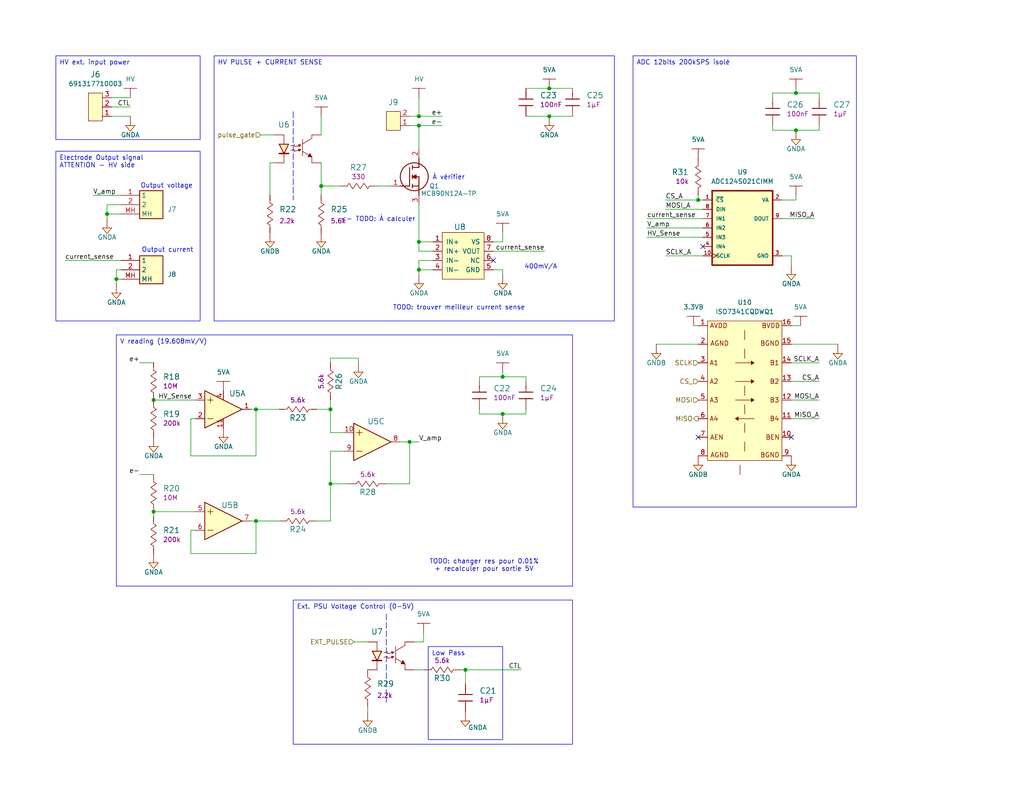
<source format=kicad_sch>
(kicad_sch (version 20231120) (generator "eeschema") (generator_version "8.0")
  (paper "USLetter")
  (title_block (title "HV Sense") (date "2024-05-17") (comment 1 "Gérémy Sauvageau"))
  (junction (at 90.17 111.76))
  (junction (at 87.63 50.8))
  (junction (at 190.5 54.61))
  (junction (at 149.86 24.13))
  (junction (at 41.91 109.22))
  (junction (at 127 182.88))
  (junction (at 114.3 73.66))
  (junction (at 69.85 111.76))
  (junction (at 217.17 35.56))
  (junction (at 41.91 139.7))
  (junction (at 114.3 31.75))
  (junction (at 114.3 34.29))
  (junction (at 29.21 58.42))
  (junction (at 111.76 120.65))
  (junction (at 31.75 76.2))
  (junction (at 217.17 25.4))
  (junction (at 137.16 113.03))
  (junction (at 114.3 66.04))
  (junction (at 149.86 31.75))
  (junction (at 69.85 142.24))
  (junction (at 137.16 102.87))
  (junction (at 90.17 132.08))
  (no_connect (at 190.5 119.38))
  (no_connect (at 134.62 71.12))
  (no_connect (at 215.9 119.38))
  (no_connect (at 191.77 67.31))
  (wire (pts (xy 90.17 97.79) (xy 90.17 99.06)))
  (wire (pts (xy 30.48 26.67) (xy 35.56 26.67)))
  (wire (pts (xy 176.53 62.23) (xy 191.77 62.23)))
  (wire (pts (xy 130.81 102.87) (xy 137.16 102.87)))
  (wire (pts (xy 190.5 54.61) (xy 191.77 54.61)))
  (wire (pts (xy 97.79 97.79) (xy 97.79 99.06)))
  (wire (pts (xy 143.51 31.75) (xy 149.86 31.75)))
  (wire (pts (xy 215.9 88.9) (xy 218.44 88.9)))
  (wire (pts (xy 210.82 25.4) (xy 210.82 26.67)))
  (wire (pts (xy 143.51 111.76) (xy 143.51 113.03)))
  (wire (pts (xy 125.73 182.88) (xy 127 182.88)))
  (wire (pts (xy 74.93 44.45) (xy 73.66 44.45)))
  (wire (pts (xy 90.17 97.79) (xy 97.79 97.79)))
  (wire (pts (xy 111.76 132.08) (xy 111.76 120.65)))
  (wire (pts (xy 137.16 66.04) (xy 137.16 63.5)))
  (wire (pts (xy 90.17 123.19) (xy 93.98 123.19)))
  (wire (pts (xy 90.17 132.08) (xy 90.17 123.19)))
  (wire (pts (xy 52.07 114.3) (xy 52.07 124.46)))
  (wire (pts (xy 115.57 172.72) (xy 115.57 175.26)))
  (wire (pts (xy 93.98 118.11) (xy 90.17 118.11)))
  (wire (pts (xy 69.85 111.76) (xy 69.85 124.46)))
  (wire (pts (xy 215.9 93.98) (xy 228.6 93.98)))
  (wire (pts (xy 111.76 120.65) (xy 109.22 120.65)))
  (wire (pts (xy 69.85 142.24) (xy 76.2 142.24)))
  (wire (pts (xy 90.17 132.08) (xy 90.17 142.24)))
  (wire (pts (xy 29.21 58.42) (xy 29.21 55.88)))
  (wire (pts (xy 90.17 132.08) (xy 95.25 132.08)))
  (wire (pts (xy 114.3 71.12) (xy 118.11 71.12)))
  (wire (pts (xy 217.17 53.34) (xy 217.17 54.61)))
  (wire (pts (xy 52.07 151.13) (xy 69.85 151.13)))
  (wire (pts (xy 149.86 24.13) (xy 156.21 24.13)))
  (wire (pts (xy 114.3 31.75) (xy 120.65 31.75)))
  (wire (pts (xy 33.02 76.2) (xy 31.75 76.2)))
  (wire (pts (xy 111.76 120.65) (xy 114.3 120.65)))
  (wire (pts (xy 114.3 66.04) (xy 114.3 68.58)))
  (wire (pts (xy 25.4 53.34) (xy 33.02 53.34)))
  (wire (pts (xy 52.07 124.46) (xy 69.85 124.46)))
  (wire (pts (xy 17.78 71.12) (xy 33.02 71.12)))
  (wire (pts (xy 176.53 59.69) (xy 191.77 59.69)))
  (wire (pts (xy 181.61 57.15) (xy 191.77 57.15)))
  (wire (pts (xy 90.17 109.22) (xy 90.17 111.76)))
  (wire (pts (xy 215.9 109.22) (xy 223.52 109.22)))
  (wire (pts (xy 69.85 142.24) (xy 68.58 142.24)))
  (wire (pts (xy 38.1 129.54) (xy 41.91 129.54)))
  (wire (pts (xy 130.81 111.76) (xy 130.81 113.03)))
  (wire (pts (xy 114.3 73.66) (xy 118.11 73.66)))
  (wire (pts (xy 215.9 104.14) (xy 223.52 104.14)))
  (wire (pts (xy 73.66 44.45) (xy 73.66 53.34)))
  (wire (pts (xy 71.12 36.83) (xy 74.93 36.83)))
  (wire (pts (xy 30.48 29.21) (xy 35.56 29.21)))
  (wire (pts (xy 114.3 68.58) (xy 118.11 68.58)))
  (wire (pts (xy 114.3 26.67) (xy 114.3 31.75)))
  (wire (pts (xy 134.62 73.66) (xy 137.16 73.66)))
  (wire (pts (xy 102.87 50.8) (xy 106.68 50.8)))
  (wire (pts (xy 210.82 25.4) (xy 217.17 25.4)))
  (wire (pts (xy 190.5 93.98) (xy 179.07 93.98)))
  (wire (pts (xy 127 182.88) (xy 127 186.69)))
  (wire (pts (xy 114.3 66.04) (xy 118.11 66.04)))
  (wire (pts (xy 115.57 175.26) (xy 113.03 175.26)))
  (wire (pts (xy 217.17 24.13) (xy 217.17 25.4)))
  (wire (pts (xy 41.91 109.22) (xy 53.34 109.22)))
  (polyline (pts (xy 80.01 30.48) (xy 80.01 54.61)) (stroke (width 0) (type dash)))
  (wire (pts (xy 29.21 58.42) (xy 33.02 58.42)))
  (wire (pts (xy 69.85 142.24) (xy 69.85 151.13)))
  (wire (pts (xy 217.17 35.56) (xy 223.52 35.56)))
  (polyline (pts (xy 105.41 167.64) (xy 105.41 191.77)) (stroke (width 0) (type dash)))
  (wire (pts (xy 105.41 132.08) (xy 111.76 132.08)))
  (wire (pts (xy 69.85 111.76) (xy 76.2 111.76)))
  (wire (pts (xy 210.82 34.29) (xy 210.82 35.56)))
  (wire (pts (xy 114.3 71.12) (xy 114.3 73.66)))
  (wire (pts (xy 137.16 113.03) (xy 143.51 113.03)))
  (wire (pts (xy 53.34 114.3) (xy 52.07 114.3)))
  (wire (pts (xy 137.16 73.66) (xy 137.16 74.93)))
  (wire (pts (xy 30.48 31.75) (xy 35.56 31.75)))
  (wire (pts (xy 31.75 73.66) (xy 33.02 73.66)))
  (wire (pts (xy 69.85 111.76) (xy 68.58 111.76)))
  (wire (pts (xy 87.63 31.75) (xy 87.63 36.83)))
  (wire (pts (xy 114.3 34.29) (xy 111.76 34.29)))
  (wire (pts (xy 90.17 111.76) (xy 86.36 111.76)))
  (wire (pts (xy 114.3 31.75) (xy 111.76 31.75)))
  (wire (pts (xy 137.16 101.6) (xy 137.16 102.87)))
  (wire (pts (xy 189.23 88.9) (xy 190.5 88.9)))
  (wire (pts (xy 29.21 55.88) (xy 33.02 55.88)))
  (wire (pts (xy 137.16 102.87) (xy 143.51 102.87)))
  (wire (pts (xy 53.34 144.78) (xy 52.07 144.78)))
  (wire (pts (xy 86.36 142.24) (xy 90.17 142.24)))
  (wire (pts (xy 38.1 99.06) (xy 41.91 99.06)))
  (wire (pts (xy 176.53 64.77) (xy 191.77 64.77)))
  (wire (pts (xy 213.36 69.85) (xy 215.9 69.85)))
  (wire (pts (xy 114.3 34.29) (xy 120.65 34.29)))
  (wire (pts (xy 223.52 25.4) (xy 223.52 26.67)))
  (wire (pts (xy 215.9 99.06) (xy 223.52 99.06)))
  (wire (pts (xy 31.75 76.2) (xy 31.75 73.66)))
  (wire (pts (xy 87.63 50.8) (xy 87.63 53.34)))
  (wire (pts (xy 143.51 102.87) (xy 143.51 104.14)))
  (wire (pts (xy 181.61 69.85) (xy 191.77 69.85)))
  (wire (pts (xy 90.17 118.11) (xy 90.17 111.76)))
  (wire (pts (xy 41.91 139.7) (xy 41.91 140.97)))
  (wire (pts (xy 181.61 54.61) (xy 190.5 54.61)))
  (wire (pts (xy 127 182.88) (xy 142.24 182.88)))
  (wire (pts (xy 114.3 34.29) (xy 114.3 40.64)))
  (wire (pts (xy 31.75 76.2) (xy 31.75 77.47)))
  (wire (pts (xy 143.51 24.13) (xy 149.86 24.13)))
  (wire (pts (xy 52.07 144.78) (xy 52.07 151.13)))
  (wire (pts (xy 114.3 73.66) (xy 114.3 74.93)))
  (wire (pts (xy 130.81 102.87) (xy 130.81 104.14)))
  (wire (pts (xy 41.91 139.7) (xy 53.34 139.7)))
  (wire (pts (xy 149.86 31.75) (xy 156.21 31.75)))
  (wire (pts (xy 210.82 35.56) (xy 217.17 35.56)))
  (wire (pts (xy 100.33 194.31) (xy 100.33 193.04)))
  (wire (pts (xy 92.71 50.8) (xy 87.63 50.8)))
  (wire (pts (xy 134.62 66.04) (xy 137.16 66.04)))
  (wire (pts (xy 134.62 68.58) (xy 148.59 68.58)))
  (wire (pts (xy 130.81 113.03) (xy 137.16 113.03)))
  (wire (pts (xy 213.36 59.69) (xy 222.25 59.69)))
  (wire (pts (xy 96.52 175.26) (xy 100.33 175.26)))
  (wire (pts (xy 113.03 182.88) (xy 115.57 182.88)))
  (wire (pts (xy 217.17 25.4) (xy 223.52 25.4)))
  (wire (pts (xy 217.17 54.61) (xy 213.36 54.61)))
  (wire (pts (xy 215.9 69.85) (xy 215.9 72.39)))
  (wire (pts (xy 223.52 34.29) (xy 223.52 35.56)))
  (wire (pts (xy 87.63 44.45) (xy 87.63 50.8)))
  (wire (pts (xy 215.9 114.3) (xy 223.52 114.3)))
  (wire (pts (xy 190.5 53.34) (xy 190.5 54.61)))
  (wire (pts (xy 29.21 59.69) (xy 29.21 58.42)))
  (wire (pts (xy 114.3 55.88) (xy 114.3 66.04)))
  (text_box "V reading (19.608mV/V)" (at 31.75 91.44 0) (size 124.46 68.58) (effects (font (size 1.27 1.27)) (justify left top)))
  (text_box "ADC 12bits 200kSPS isolé" (at 172.72 15.24 0) (size 60.96 123.19) (effects (font (size 1.27 1.27)) (justify left top)))
  (text_box "Ext. PSU Voltage Control (0-5V)" (at 80.01 163.83 0) (size 76.2 39.37) (effects (font (size 1.27 1.27)) (justify left top)))
  (text_box "Low Pass" (at 116.84 176.53 0) (size 20.32 25.4) (effects (font (size 1.27 1.27)) (justify left top)))
  (text_box "Electrode Output signal\nATTENTION - HV side" (at 15.24 41.275 0) (size 39.37 46.355) (effects (font (size 1.27 1.27)) (justify left top)))
  (text_box "HV ext. input power" (at 15.24 15.24 0) (size 39.37 22.86) (effects (font (size 1.27 1.27)) (justify left top)))
  (text_box "HV PULSE + CURRENT SENSE" (at 58.42 15.24 0) (size 109.22 72.39) (effects (font (size 1.27 1.27)) (justify left top)))
  (text "Output voltage" (at 45.466 50.8 0) (effects (font (size 1.27 1.27))))
  (text "TODO: changer res pour 0.01%\n+ recalculer pour sortie 5V" (at 132.08 154.432 0) (effects (font (size 1.27 1.27))))
  (text "TODO: trouver meilleur current sense" (at 125.222 84.074 0) (effects (font (size 1.27 1.27))))
  (text "Output current" (at 45.72 68.326 0) (effects (font (size 1.27 1.27))))
  (text "<- TODO: À calculer" (at 103.124 59.944 0) (effects (font (size 1.27 1.27))))
  (text "400mV/A" (at 147.574 72.898 0) (effects (font (size 1.27 1.27))))
  (text "À vérifier" (at 122.428 48.514 0) (effects (font (size 1.27 1.27))))
  (label "CTL" (at 142.24 182.88 180))
  (label "V_amp" (at 114.3 120.65 0))
  (label "V_amp" (at 25.4 53.34 0))
  (label "SCLK_A" (at 181.61 69.85 0))
  (label "current_sense" (at 148.59 68.58 180))
  (label "V_amp" (at 176.53 62.23 0))
  (label "e-" (at 120.65 34.29 180))
  (label "CS_A" (at 223.52 104.14 180))
  (label "current_sense" (at 17.78 71.12 0))
  (label "e+" (at 38.1 99.06 180))
  (label "HV_Sense" (at 43.18 109.22 0))
  (label "e+" (at 120.65 31.75 180))
  (label "CS_A" (at 181.61 54.61 0))
  (label "MOSI_A" (at 181.61 57.15 0))
  (label "e-" (at 38.1 129.54 180))
  (label "HV_Sense" (at 176.53 64.77 0))
  (label "MISO_A" (at 222.25 59.69 180))
  (label "MISO_A" (at 223.52 114.3 180))
  (label "CTL" (at 35.56 29.21 180))
  (label "SCLK_A" (at 223.52 99.06 180))
  (label "current_sense" (at 176.53 59.69 0))
  (label "MOSI_A" (at 223.52 109.22 180))
  (hierarchical_label "pulse_gate" (shape input) (at 71.12 36.83 180))
  (hierarchical_label "EXT_PULSE" (shape input) (at 96.52 175.26 180))
  (hierarchical_label "MOSI" (shape input) (at 190.5 109.22 180))
  (hierarchical_label "CS_" (shape input) (at 190.5 104.14 180))
  (hierarchical_label "SCLK" (shape input) (at 190.5 99.06 180))
  (hierarchical_label "MISO" (shape output) (at 190.5 114.3 180))
  (symbol (lib_id "Power_Port:5VA") (at 218.44 88.9 0) (unit 1)
    (property "Reference" "#PWR084" (effects (hide yes)))
    (property "Value" "5VA" (at 218.44 83.82 0))
  )
  (symbol (lib_id "Power_Port:5VA") (at 217.17 53.34 0) (unit 1)
    (property "Reference" "#PWR083" (effects (hide yes)))
    (property "Value" "5VA" (at 217.17 48.26 0))
  )
  (symbol (lib_id "Power_Port:GNDB") (at 73.66 66.04 0) (unit 1)
    (property "Reference" "#PWR060" (effects (hide yes)))
    (property "Value" "GNDB" (at 73.66 68.58 0))
  )
  (symbol (lib_id "Power_Port:GNDA") (at 215.9 74.93 0) (unit 1)
    (property "Reference" "#PWR079" (effects (hide yes)))
    (property "Value" "GNDA" (at 215.9 77.47 0))
  )
  (symbol (lib_id "Power_Port:HV") (at 35.56 26.67 0) (unit 1)
    (property "Reference" "#PWR054" (effects (hide yes)))
    (property "Value" "HV" (at 35.56 21.59 0))
  )
  (symbol (lib_id "Power_Port:5VA") (at 60.96 106.68 0) (unit 1)
    (property "Reference" "#PWR058" (effects (hide yes)))
    (property "Value" "5VA" (at 60.96 101.6 0))
  )
  (symbol (lib_id "Power_Port:GNDA") (at 217.17 38.1 0) (unit 1)
    (property "Reference" "#PWR082" (effects (hide yes)))
    (property "Value" "GNDA" (at 217.17 40.64 0))
  )
  (symbol (lib_id "Power_Port:GNDA") (at 228.6 96.52 0) (unit 1)
    (property "Reference" "#PWR085" (effects (hide yes)))
    (property "Value" "GNDA" (at 228.6 99.06 0))
  )
  (symbol (lib_id "ADC:ADC124S021CIMM") (at 203.2 62.23 0) (unit 1)
    (property "Reference" "U9" (at 202.565 46.99 0))
    (property "Value" "ADC124S021CIMM" (at 202.565 49.53 0))
    (property "Footprint" "IC:SOP50P490X110-10N" (effects (hide yes)))
    (property "Datasheet" "https://www.ti.com/lit/ds/symlink/adc124s021.pdf?HQS=dis-dk-null-digikeymode-dsf-pf-null-wwe&ts=1717077338066&ref_url=https%253A%252F%252Fwww.ti.com%252Fgeneral%252Fdocs%252Fsuppproductinfo.tsp%253FdistId%253D10%2526gotoUrl%253Dhttps%253A%252F%252Fwww.ti.com%252Flit%252Fgpn%252Fadc124s021" (effects (hide yes)))
    (property "Description" "ADC 12 bit 4ch SPI" (effects (hide yes)))
    (property "Supplier" "Digikey" (effects (hide yes)))
    (property "Supplier Part number" "296-ADC124S021CIMMX/NOPBCT-ND" (effects (hide yes)))
    (property "Manufacturer" "Texas Instruments" (effects (hide yes)))
    (property "Manufacturer Part Number" "ADC124S021CIMM" (effects (hide yes)))
  )
  (symbol (lib_id "Amplifiers:MCP6L04T-E/SL") (at 59.69 111.76 0) (unit 1)
    (property "Reference" "U5" (at 64.77 107.442 0) (effects (font (size 1.524 1.524))))
    (property "Value" "MCP6L04T-E/SL" (effects (hide yes)))
    (property "Footprint" "IC:SOIC127P600X175-14N" (effects (hide yes)))
    (property "Datasheet" "https://ww1.microchip.com/downloads/en/DeviceDoc/MCP6L01-1R-1U-2-4-1-MHz-85-uA-Op-Amps-DS20002140D.pdf" (effects (hide yes)))
    (property "Description" "IC OPAMP GP 2 CIRCUIT 8SOIC" (effects (hide yes)))
    (property "Manufacturer" "Microchip" (effects (hide yes)))
    (property "Manufacturer Part Number" "MCP6L04T-E/SL" (effects (hide yes)))
    (property "Supplier" "Digikey" (effects (hide yes)))
    (property "Supplier Part Number" "MCP6L04T-E/SLCT-ND" (effects (hide yes)))
  )
  (symbol (lib_id "Connectors:1935161") (at 109.22 34.29 0) (unit 1)
    (property "Reference" "J9" (at 107.315 27.94 0) (effects (font (size 1.524 1.524))))
    (property "Value" "1935161" (effects (hide yes)))
    (property "Footprint" "Connectors:1935161" (effects (hide yes)))
    (property "Datasheet" "https://media.digikey.com/pdf/Data%20Sheets/Phoenix%20Contact%20PDFs/1935161.pdf" (effects (hide yes)))
    (property "Description" "TERM BLOCK PCB 2POS 5.0MM GREEN" (effects (hide yes)))
    (property "Supplier" "Digikey" (effects (hide yes)))
    (property "Supplier Part Number" "277-1667-ND" (effects (hide yes)))
    (property "Manufacturer" "Phoenix Contact" (effects (hide yes)))
    (property "Manufacturer Part Number" "1935161" (effects (hide yes)))
  )
  (symbol (lib_id "Isolators:LTV-816S") (at 80.01 41.91 0) (unit 1)
    (property "Reference" "U6" (at 77.47 34.036 0) (effects (font (size 1.524 1.524))))
    (property "Value" "LTV-816S" (effects (hide yes)))
    (property "Footprint" "IC:4-SMD" (effects (hide yes)))
    (property "Datasheet" "https://media.digikey.com/pdf/Data%20Sheets/Lite-On%20PDFs/LTV-816_826_846.pdf" (effects (hide yes)))
    (property "Description" "OPTOISOLATR 5KV TRANSISTOR 4-SMD" (effects (hide yes)))
    (property "Supplier" "Digikey" (effects (hide yes)))
    (property "Supplier Part Number" "160-1361-5-ND" (effects (hide yes)))
    (property "Manufacturer" "Lite-On Inc." (effects (hide yes)))
    (property "Manufacturer Part Number" "LTV-816S" (effects (hide yes)))
  )
  (symbol (lib_id "Resistors:RC0805FR-075K6L") (at 120.65 182.88 0) (unit 1)
    (property "Reference" "R30" (at 120.65 185.166 0) (effects (font (size 1.524 1.524))))
    (property "Value" "RC0805FR-075K6L" (effects (hide yes)))
    (property "Footprint" "Resistors:R0805" (effects (hide yes)))
    (property "Datasheet" "https://www.yageo.com/upload/media/product/productsearch/datasheet/rchip/PYu-RC_Group_51_RoHS_L_12.pdf" (effects (hide yes)))
    (property "Description" "5.6 kOhms ±1% 0.125W, 1/8W Chip Resistor 0805" (effects (hide yes)))
    (property "Supplier" "Digikey" (effects (hide yes)))
    (property "Supplier Part Number" "311-5.60KCRDKR-ND - Digi-Reel®" (effects (hide yes)))
    (property "Manufacturer" "Yageo" (effects (hide yes)))
    (property "Manufacturer Part Number" "RC0805FR-075K6L" (effects (hide yes)))
    (property "Resistance (Ohms)" "5.6k" (at 120.65 180.34 0))
    (property "Tolerance (%)" "±1%" (effects (hide yes)))
    (property "Puissance (Watts)" "1/8W" (effects (hide yes)))
  )
  (symbol (lib_id "Power_Port:GNDA") (at 29.21 62.23 0) (unit 1)
    (property "Reference" "#PWR052" (effects (hide yes)))
    (property "Value" "GNDA" (at 29.21 64.77 0))
  )
  (symbol (lib_id "Capacitors:885012207103") (at 143.51 106.68 90) (unit 1)
    (property "Reference" "C24" (at 147.32 106.0449 90) (effects (font (size 1.524 1.524)) (justify right)))
    (property "Value" "885012207103" (effects (hide yes)))
    (property "Footprint" "Capacitors:C0805" (effects (hide yes)))
    (property "Datasheet" "https://www.we-online.com/katalog/datasheet/885012107003.pdf" (effects (hide yes)))
    (property "Description" "CAP CER 1UF 50V X7R 0805" (effects (hide yes)))
    (property "Supplier" "Digikey" (effects (hide yes)))
    (property "Supplier Part Number" "732-7678-1-ND" (effects (hide yes)))
    (property "Manufacturer" "Wurth Electronics Inc." (effects (hide yes)))
    (property "Manufacturer Part Number" "885012207103" (effects (hide yes)))
    (property "Capacitance (Farad)" "1µF" (at 147.32 108.5849 90) (effects (justify right)))
    (property "Tolerance (%)" "±10%" (effects (hide yes)))
    (property "Voltage Rated (Volt)" "50V" (effects (hide yes)))
  )
  (symbol (lib_id "Resistors:RC0805JR-07330RL") (at 97.79 50.8 0) (unit 1)
    (property "Reference" "R27" (at 97.79 45.72 0) (effects (font (size 1.524 1.524))))
    (property "Value" "RC0805JR-07330RL" (effects (hide yes)))
    (property "Footprint" "Resistors:R0805" (effects (hide yes)))
    (property "Datasheet" "http://www.yageo.com/documents/recent/PYu-RC_Group_51_RoHS_L_7.pdf" (effects (hide yes)))
    (property "Description" "RES SMD 330 OHM 5% 1/8W 0805" (effects (hide yes)))
    (property "Supplier" "Digikey" (effects (hide yes)))
    (property "Supplier Part Number" "311-330ARCT-ND" (effects (hide yes)))
    (property "Manufacturer" "Yageo" (effects (hide yes)))
    (property "Manufacturer Part Number" "RC0805JR-07330RL" (effects (hide yes)))
    (property "Resistance (Ohms)" "330" (at 97.79 48.26 0))
    (property "Tolerance (%)" "±5%" (effects (hide yes)))
    (property "Puissance (Watts)" "1/8W" (effects (hide yes)))
  )
  (symbol (lib_id "Resistors:RC0805FR-075K6L") (at 81.28 111.76 0) (unit 1)
    (property "Reference" "R23" (at 81.28 114.046 0) (effects (font (size 1.524 1.524))))
    (property "Value" "RC0805FR-075K6L" (effects (hide yes)))
    (property "Footprint" "Resistors:R0805" (effects (hide yes)))
    (property "Datasheet" "https://www.yageo.com/upload/media/product/productsearch/datasheet/rchip/PYu-RC_Group_51_RoHS_L_12.pdf" (effects (hide yes)))
    (property "Description" "5.6 kOhms ±1% 0.125W, 1/8W Chip Resistor 0805" (effects (hide yes)))
    (property "Supplier" "Digikey" (effects (hide yes)))
    (property "Supplier Part Number" "311-5.60KCRDKR-ND - Digi-Reel®" (effects (hide yes)))
    (property "Manufacturer" "Yageo" (effects (hide yes)))
    (property "Manufacturer Part Number" "RC0805FR-075K6L" (effects (hide yes)))
    (property "Resistance (Ohms)" "5.6k" (at 81.28 109.22 0))
    (property "Tolerance (%)" "±1%" (effects (hide yes)))
    (property "Puissance (Watts)" "1/8W" (effects (hide yes)))
  )
  (symbol (lib_name "MCP6L04T-E/SL_3") (lib_id "Amplifiers:MCP6L04T-E/SL") (at 59.69 142.24 0) (unit 2)
    (property "Reference" "U5" (at 62.738 137.922 0) (effects (font (size 1.524 1.524))))
    (property "Value" "MCP6L04T-E/SL" (effects (hide yes)))
    (property "Footprint" "IC:SOIC127P600X175-14N" (effects (hide yes)))
    (property "Datasheet" "https://ww1.microchip.com/downloads/en/DeviceDoc/MCP6L01-1R-1U-2-4-1-MHz-85-uA-Op-Amps-DS20002140D.pdf" (effects (hide yes)))
    (property "Description" "IC OPAMP GP 2 CIRCUIT 8SOIC" (effects (hide yes)))
    (property "Manufacturer" "Microchip" (effects (hide yes)))
    (property "Manufacturer Part Number" "MCP6L04T-E/SL" (effects (hide yes)))
    (property "Supplier" "Digikey" (effects (hide yes)))
    (property "Supplier Part Number" "MCP6L04T-E/SLCT-ND" (effects (hide yes)))
  )
  (symbol (lib_id "Power_Port:GNDA") (at 137.16 115.57 0) (unit 1)
    (property "Reference" "#PWR072" (effects (hide yes)))
    (property "Value" "GNDA" (at 137.16 118.11 0))
  )
  (symbol (lib_id "Amplifiers:MCP6L04T-E/SL") (at 100.33 120.65 0) (unit 3)
    (property "Reference" "U5" (at 102.616 115.062 0) (effects (font (size 1.524 1.524))))
    (property "Value" "MCP6L04T-E/SL" (effects (hide yes)))
    (property "Footprint" "IC:SOIC127P600X175-14N" (effects (hide yes)))
    (property "Datasheet" "https://ww1.microchip.com/downloads/en/DeviceDoc/MCP6L01-1R-1U-2-4-1-MHz-85-uA-Op-Amps-DS20002140D.pdf" (effects (hide yes)))
    (property "Description" "IC OPAMP GP 2 CIRCUIT 8SOIC" (effects (hide yes)))
    (property "Manufacturer" "Microchip" (effects (hide yes)))
    (property "Manufacturer Part Number" "MCP6L04T-E/SL" (effects (hide yes)))
    (property "Supplier" "Digikey" (effects (hide yes)))
    (property "Supplier Part Number" "MCP6L04T-E/SLCT-ND" (effects (hide yes)))
  )
  (symbol (lib_id "Resistors:RC0805FR-07200KL") (at 41.91 146.05 90) (unit 1)
    (property "Reference" "R21" (at 44.45 144.7799 90) (effects (font (size 1.524 1.524)) (justify right)))
    (property "Value" "RC0805FR-07200KL" (effects (hide yes)))
    (property "Footprint" "Resistors:R0805" (effects (hide yes)))
    (property "Datasheet" "http://www.yageo.com.tw/exep/pages/download/literatures/PYu-R_INT-thick_7.pdf" (effects (hide yes)))
    (property "Description" "RES SMD 200K OHM 1% 1/8W 0805" (effects (hide yes)))
    (property "Supplier" "Digikey" (effects (hide yes)))
    (property "Supplier Part Number" "311-200KCRCT-ND" (effects (hide yes)))
    (property "Manufacturer" "Yageo" (effects (hide yes)))
    (property "Manufacturer Part Number" "RC0805FR-071M21L" (effects (hide yes)))
    (property "Resistance (Ohms)" "200k" (at 44.45 147.3199 90) (effects (justify right)))
    (property "Tolerance (%)" "±1%" (effects (hide yes)))
    (property "Puissance (Watts)" "1/8W" (effects (hide yes)))
  )
  (symbol (lib_id "Connectors:691317710003") (at 26.67 30.48 0) (unit 1)
    (property "Reference" "J6" (at 26.035 20.32 0) (effects (font (size 1.524 1.524))))
    (property "Value" "691317710003" (at 26.035 22.86 0))
    (property "Footprint" "Connectors:691317710003" (effects (hide yes)))
    (property "Datasheet" "https://www.we-online.com/katalog/datasheet/6913177100xx.pdf" (effects (hide yes)))
    (property "Description" "5.00 MM TERMINAL BLOCK HEADER,H" (effects (hide yes)))
    (property "Supplier" "Wurth Elektronik" (effects (hide yes)))
    (property "Supplier Part Number" "691317710003" (effects (hide yes)))
    (property "Manufacturer" "Wurth Elektronik" (effects (hide yes)))
    (property "Manufacturer Part Number" "691317710003" (effects (hide yes)))
  )
  (symbol (lib_id "Power_Port:GNDA") (at 215.9 127 0) (unit 1)
    (property "Reference" "#PWR080" (effects (hide yes)))
    (property "Value" "GNDA" (at 215.9 129.54 0))
  )
  (symbol (lib_id "Power_Port:GNDA") (at 127 196.85 0) (unit 1)
    (property "Reference" "#PWR068" (effects (hide yes)))
    (property "Value" "GNDA" (at 130.302 198.628 0))
  )
  (symbol (lib_id "Power_Port:GNDA") (at 149.86 34.29 0) (unit 1)
    (property "Reference" "#PWR074" (effects (hide yes)))
    (property "Value" "GNDA" (at 149.86 36.83 0))
  )
  (symbol (lib_id "Power_Port:GNDA") (at 137.16 77.47 0) (unit 1)
    (property "Reference" "#PWR070" (effects (hide yes)))
    (property "Value" "GNDA" (at 137.16 80.01 0))
  )
  (symbol (lib_id "Resistors:RC0805FR-07200KL") (at 41.91 114.3 90) (unit 1)
    (property "Reference" "R19" (at 44.45 113.0299 90) (effects (font (size 1.524 1.524)) (justify right)))
    (property "Value" "RC0805FR-07200KL" (effects (hide yes)))
    (property "Footprint" "Resistors:R0805" (effects (hide yes)))
    (property "Datasheet" "http://www.yageo.com.tw/exep/pages/download/literatures/PYu-R_INT-thick_7.pdf" (effects (hide yes)))
    (property "Description" "RES SMD 200K OHM 1% 1/8W 0805" (effects (hide yes)))
    (property "Supplier" "Digikey" (effects (hide yes)))
    (property "Supplier Part Number" "311-200KCRCT-ND" (effects (hide yes)))
    (property "Manufacturer" "Yageo" (effects (hide yes)))
    (property "Manufacturer Part Number" "RC0805FR-071M21L" (effects (hide yes)))
    (property "Resistance (Ohms)" "200k" (at 44.45 115.5699 90) (effects (justify right)))
    (property "Tolerance (%)" "±1%" (effects (hide yes)))
    (property "Puissance (Watts)" "1/8W" (effects (hide yes)))
  )
  (symbol (lib_id "Power_Port:5VA") (at 137.16 63.5 0) (unit 1)
    (property "Reference" "#PWR069" (effects (hide yes)))
    (property "Value" "5VA" (at 137.16 58.42 0))
  )
  (symbol (lib_id "Connectors:RF1-01K-D-00-50-BK-HDW ") (at 53.34 72.39 0) (mirror y) (unit 1)
    (property "Reference" "J8" (at 45.72 74.9301 0) (effects (justify right)))
    (property "Value" "RF1-01K-D-00-50-BK-HDW " (effects (hide yes)))
    (property "Footprint" "Connectors:RF101KD0050" (effects (hide yes)))
    (property "Datasheet" "https://app.adam-tech.com/products/download/data_sheet/219102/rf1-01k-d-00-50-bk-hdw-data-sheet.pdf" (effects (hide yes)))
    (property "Description" "BNC R/A LOW PROFILE INSUL PCB SK" (effects (hide yes)))
    (property "Height" "16.181" (effects (hide yes)))
    (property "Supplier Part Number" "2057-RF1-01K-D-00-50-BK-HDW-ND" (effects (hide yes)))
    (property "Supplier" "Digikey" (effects (hide yes)))
    (property "Manufacturer" "Adam Tech" (effects (hide yes)))
    (property "Manufacturer Part Number" "RF1-01K-D-00-50-BK-HDW " (effects (hide yes)))
  )
  (symbol (lib_id "Power_Port:3.3VB") (at 189.23 88.9 0) (unit 1)
    (property "Reference" "#PWR076" (effects (hide yes)))
    (property "Value" "3.3VB" (at 189.23 83.82 0))
  )
  (symbol (lib_id "Resistors:RMCF0805FT10M0") (at 41.91 134.62 90) (unit 1)
    (property "Reference" "R20" (at 44.45 133.3499 90) (effects (font (size 1.524 1.524)) (justify right)))
    (property "Value" "RMCF0805FT10M0" (effects (hide yes)))
    (property "Footprint" "Resistors:R0805" (effects (hide yes)))
    (property "Datasheet" "https://www.seielect.com/catalog/sei-rmcf_rmcp.pdf" (effects (hide yes)))
    (property "Description" "RES SMD 10M OHM 1% 1/8W 0805" (effects (hide yes)))
    (property "Supplier" "Digikey" (effects (hide yes)))
    (property "Supplier Part Number" "RMCF0805FT10M0CT-ND" (effects (hide yes)))
    (property "Manufacturer" "Stackpole" (effects (hide yes)))
    (property "Manufacturer Part Number" "RMCF0805FT10M0" (effects (hide yes)))
    (property "Resistance (Ohms)" "10M" (at 44.45 135.8899 90) (effects (justify right)))
    (property "Tolerance (%)" "±1%" (effects (hide yes)))
    (property "Puissance (Watts)" "1/8W" (effects (hide yes)))
  )
  (symbol (lib_id "Resistors:RC0805JR-072K2L") (at 73.66 58.42 90) (unit 1)
    (property "Reference" "R22" (at 76.2 57.15 90) (effects (font (size 1.524 1.524)) (justify right)))
    (property "Value" "RC0805JR-072K2L" (effects (hide yes)))
    (property "Footprint" "Resistors:R0805" (effects (hide yes)))
    (property "Datasheet" "http://www.yageo.com/documents/recent/PYu-RC_Group_51_RoHS_L_7.pdf" (effects (hide yes)))
    (property "Description" "RES SMD 2.2K OHM 5% 1/8W 0805" (effects (hide yes)))
    (property "Supplier" "Digikey" (effects (hide yes)))
    (property "Supplier Part Number" "311-2.2KARCT-ND" (effects (hide yes)))
    (property "Manufacturer" "Yageo" (effects (hide yes)))
    (property "Manufacturer Part Number" "RC0805JR-072K2L" (effects (hide yes)))
    (property "Resistance (Ohms)" "2.2k" (at 76.2 60.3249 90) (effects (justify right)))
    (property "Tolerance (%)" "±5%" (effects (hide yes)))
    (property "Puissance (Watts)" "1/8W" (effects (hide yes)))
  )
  (symbol (lib_id "Capacitors:885012207098") (at 143.51 26.67 90) (unit 1)
    (property "Reference" "C23" (at 147.32 26.0349 90) (effects (font (size 1.524 1.524)) (justify right)))
    (property "Value" "885012207098" (effects (hide yes)))
    (property "Footprint" "Capacitors:C0805" (effects (hide yes)))
    (property "Datasheet" "D" (effects (hide yes)))
    (property "Description" "CAP CER 0.1UF 100nF 50V X7R 0805" (effects (hide yes)))
    (property "Supplier" "Digikey" (effects (hide yes)))
    (property "Supplier Part Number" "732-8080-1-ND" (effects (hide yes)))
    (property "Manufacturer" "Wurth Electronics Inc." (effects (hide yes)))
    (property "Manufacturer Part Number" "885012207098" (effects (hide yes)))
    (property "Capacitance (Farad)" "100nF" (at 147.32 28.5749 90) (effects (justify right)))
    (property "Tolerance (%)" "±10%" (effects (hide yes)))
    (property "Voltage Rated (Volt)" "50V" (effects (hide yes)))
  )
  (symbol (lib_id "Capacitors:885012207103") (at 156.21 26.67 90) (unit 1)
    (property "Reference" "C25" (at 160.02 26.0349 90) (effects (font (size 1.524 1.524)) (justify right)))
    (property "Value" "885012207103" (effects (hide yes)))
    (property "Footprint" "Capacitors:C0805" (effects (hide yes)))
    (property "Datasheet" "https://www.we-online.com/katalog/datasheet/885012107003.pdf" (effects (hide yes)))
    (property "Description" "CAP CER 1UF 50V X7R 0805" (effects (hide yes)))
    (property "Supplier" "Digikey" (effects (hide yes)))
    (property "Supplier Part Number" "732-7678-1-ND" (effects (hide yes)))
    (property "Manufacturer" "Wurth Electronics Inc." (effects (hide yes)))
    (property "Manufacturer Part Number" "885012207103" (effects (hide yes)))
    (property "Capacitance (Farad)" "1µF" (at 160.02 28.5749 90) (effects (justify right)))
    (property "Tolerance (%)" "±10%" (effects (hide yes)))
    (property "Voltage Rated (Volt)" "50V" (effects (hide yes)))
  )
  (symbol (lib_id "Power_Port:GNDA") (at 60.96 119.38 0) (unit 1)
    (property "Reference" "#PWR059" (effects (hide yes)))
    (property "Value" "GNDA" (at 60.96 121.92 0))
  )
  (symbol (lib_id "Capacitors:885012207103") (at 127 189.23 90) (unit 1)
    (property "Reference" "C21" (at 130.81 188.5949 90) (effects (font (size 1.524 1.524)) (justify right)))
    (property "Value" "885012207103" (effects (hide yes)))
    (property "Footprint" "Capacitors:C0805" (effects (hide yes)))
    (property "Datasheet" "https://www.we-online.com/katalog/datasheet/885012107003.pdf" (effects (hide yes)))
    (property "Description" "CAP CER 1UF 50V X7R 0805" (effects (hide yes)))
    (property "Supplier" "Digikey" (effects (hide yes)))
    (property "Supplier Part Number" "732-7678-1-ND" (effects (hide yes)))
    (property "Manufacturer" "Wurth Electronics Inc." (effects (hide yes)))
    (property "Manufacturer Part Number" "885012207103" (effects (hide yes)))
    (property "Capacitance (Farad)" "1µF" (at 130.81 191.1349 90) (effects (justify right)))
    (property "Tolerance (%)" "±10%" (effects (hide yes)))
    (property "Voltage Rated (Volt)" "50V" (effects (hide yes)))
  )
  (symbol (lib_id "Capacitors:885012207098") (at 130.81 106.68 90) (unit 1)
    (property "Reference" "C22" (at 134.62 106.0449 90) (effects (font (size 1.524 1.524)) (justify right)))
    (property "Value" "885012207098" (effects (hide yes)))
    (property "Footprint" "Capacitors:C0805" (effects (hide yes)))
    (property "Datasheet" "D" (effects (hide yes)))
    (property "Description" "CAP CER 0.1UF 100nF 50V X7R 0805" (effects (hide yes)))
    (property "Supplier" "Digikey" (effects (hide yes)))
    (property "Supplier Part Number" "732-8080-1-ND" (effects (hide yes)))
    (property "Manufacturer" "Wurth Electronics Inc." (effects (hide yes)))
    (property "Manufacturer Part Number" "885012207098" (effects (hide yes)))
    (property "Capacitance (Farad)" "100nF" (at 134.62 108.5849 90) (effects (justify right)))
    (property "Tolerance (%)" "±10%" (effects (hide yes)))
    (property "Voltage Rated (Volt)" "50V" (effects (hide yes)))
  )
  (symbol (lib_id "Isolators:LTV-816S") (at 105.41 180.34 0) (unit 1)
    (property "Reference" "U7" (at 102.87 172.466 0) (effects (font (size 1.524 1.524))))
    (property "Value" "LTV-816S" (effects (hide yes)))
    (property "Footprint" "IC:4-SMD" (effects (hide yes)))
    (property "Datasheet" "https://media.digikey.com/pdf/Data%20Sheets/Lite-On%20PDFs/LTV-816_826_846.pdf" (effects (hide yes)))
    (property "Description" "OPTOISOLATR 5KV TRANSISTOR 4-SMD" (effects (hide yes)))
    (property "Supplier" "Digikey" (effects (hide yes)))
    (property "Supplier Part Number" "160-1361-5-ND" (effects (hide yes)))
    (property "Manufacturer" "Lite-On Inc." (effects (hide yes)))
    (property "Manufacturer Part Number" "LTV-816S" (effects (hide yes)))
  )
  (symbol (lib_id "Resistors:RC0805FR-075K6L") (at 81.28 142.24 0) (unit 1)
    (property "Reference" "R24" (at 81.28 144.526 0) (effects (font (size 1.524 1.524))))
    (property "Value" "RC0805FR-075K6L" (effects (hide yes)))
    (property "Footprint" "Resistors:R0805" (effects (hide yes)))
    (property "Datasheet" "https://www.yageo.com/upload/media/product/productsearch/datasheet/rchip/PYu-RC_Group_51_RoHS_L_12.pdf" (effects (hide yes)))
    (property "Description" "5.6 kOhms ±1% 0.125W, 1/8W Chip Resistor 0805" (effects (hide yes)))
    (property "Supplier" "Digikey" (effects (hide yes)))
    (property "Supplier Part Number" "311-5.60KCRDKR-ND - Digi-Reel®" (effects (hide yes)))
    (property "Manufacturer" "Yageo" (effects (hide yes)))
    (property "Manufacturer Part Number" "RC0805FR-075K6L" (effects (hide yes)))
    (property "Resistance (Ohms)" "5.6k" (at 81.28 139.7 0))
    (property "Tolerance (%)" "±1%" (effects (hide yes)))
    (property "Puissance (Watts)" "1/8W" (effects (hide yes)))
  )
  (symbol (lib_id "Sensors:TMCS1101A3UQDT") (at 127 76.2 0) (unit 1)
    (property "Reference" "U8" (at 125.476 61.976 0) (effects (font (size 1.524 1.524))))
    (property "Value" "TMCS1101A3UQDT" (effects (hide yes)))
    (property "Footprint" "IC:SOIC-8" (effects (hide yes)))
    (property "Datasheet" "https://www.ti.com/general/docs/suppproductinfo.tsp?distId=26&gotoUrl=https://www.ti.com/lit/gpn/tmcs1101" (effects (hide yes)))
    (property "Description" "AD7314" (effects (hide yes)))
    (property "Manufacturer" " Texas Instruments" (effects (hide yes)))
    (property "Manufacturer Part Number" "TMCS1101A3UQDT " (effects (hide yes)))
    (property "Supplier Part Number" "296-TMCS1101A3UQDTCT-ND" (effects (hide yes)))
    (property "Supplier" "Digikey" (effects (hide yes)))
  )
  (symbol (lib_id "Resistors:RC0805FR-075K6L") (at 100.33 132.08 0) (unit 1)
    (property "Reference" "R28" (at 100.33 134.366 0) (effects (font (size 1.524 1.524))))
    (property "Value" "RC0805FR-075K6L" (effects (hide yes)))
    (property "Footprint" "Resistors:R0805" (effects (hide yes)))
    (property "Datasheet" "https://www.yageo.com/upload/media/product/productsearch/datasheet/rchip/PYu-RC_Group_51_RoHS_L_12.pdf" (effects (hide yes)))
    (property "Description" "5.6 kOhms ±1% 0.125W, 1/8W Chip Resistor 0805" (effects (hide yes)))
    (property "Supplier" "Digikey" (effects (hide yes)))
    (property "Supplier Part Number" "311-5.60KCRDKR-ND - Digi-Reel®" (effects (hide yes)))
    (property "Manufacturer" "Yageo" (effects (hide yes)))
    (property "Manufacturer Part Number" "RC0805FR-075K6L" (effects (hide yes)))
    (property "Resistance (Ohms)" "5.6k" (at 100.33 129.54 0))
    (property "Tolerance (%)" "±1%" (effects (hide yes)))
    (property "Puissance (Watts)" "1/8W" (effects (hide yes)))
  )
  (symbol (lib_id "Power_Port:GNDA") (at 114.3 77.47 0) (unit 1)
    (property "Reference" "#PWR066" (effects (hide yes)))
    (property "Value" "GNDA" (at 114.3 80.01 0))
  )
  (symbol (lib_id "Power_Port:GNDA") (at 41.91 121.92 0) (unit 1)
    (property "Reference" "#PWR056" (effects (hide yes)))
    (property "Value" "GNDA" (at 41.91 124.46 0))
  )
  (symbol (lib_id "Power_Port:5VA") (at 149.86 24.13 0) (unit 1)
    (property "Reference" "#PWR073" (effects (hide yes)))
    (property "Value" "5VA" (at 149.86 19.05 0))
  )
  (symbol (lib_id "Power_Port:HV") (at 114.3 26.67 0) (unit 1)
    (property "Reference" "#PWR065" (effects (hide yes)))
    (property "Value" "HV" (at 114.3 21.59 0))
  )
  (symbol (lib_id "Power_Port:GNDB") (at 179.07 96.52 0) (unit 1)
    (property "Reference" "#PWR075" (effects (hide yes)))
    (property "Value" "GNDB" (at 179.07 99.06 0))
  )
  (symbol (lib_id "Power_Port:5VA") (at 115.57 172.72 0) (unit 1)
    (property "Reference" "#PWR067" (effects (hide yes)))
    (property "Value" "5VA" (at 115.57 167.64 0))
  )
  (symbol (lib_id "Power_Port:GNDB") (at 100.33 196.85 0) (unit 1)
    (property "Reference" "#PWR064" (effects (hide yes)))
    (property "Value" "GNDB" (at 100.33 199.39 0))
  )
  (symbol (lib_id "Transistors:MCB90N12A-TP") (at 106.68 50.8 0) (unit 1)
    (property "Reference" "Q1" (at 117.094 50.8 0) (effects (justify left)))
    (property "Value" "MCB90N12A-TP" (at 114.808 52.832 0) (effects (justify left)))
    (property "Footprint" "IC:MCB90N12ATP" (effects (hide yes)))
    (property "Datasheet" "https://www.mccsemi.com/pdf/Products/MCB90N12A(D2-PAK).pdf" (effects (hide yes)))
    (property "Description" "N-Channel 120 V 90A (Tc) 138W Surface Mount D2PAK" (effects (hide yes)))
    (property "Height" "5.05" (effects (hide yes)))
    (property "Supplier" "Digikey" (effects (hide yes)))
    (property "Supplier Part Number" "353-MCB90N12A-TPCT-ND" (effects (hide yes)))
    (property "Manufacturer" "MCC" (effects (hide yes)))
    (property "Manufacturer Part Number" "MCB90N12A-TP" (effects (hide yes)))
  )
  (symbol (lib_id "Resistors:RC0805JR-0710KL") (at 190.5 48.26 90) (mirror x) (unit 1)
    (property "Reference" "R31" (at 187.96 46.9899 90) (effects (font (size 1.524 1.524)) (justify left)))
    (property "Value" "RC0805JR-0710KL" (effects (hide yes)))
    (property "Footprint" "Resistors:R0805" (effects (hide yes)))
    (property "Datasheet" "http://www.yageo.com/documents/recent/PYu-RC_Group_51_RoHS_L_7.pdf" (effects (hide yes)))
    (property "Description" "RES SMD 10K OHM 5% 1/8W 0805" (effects (hide yes)))
    (property "Supplier" "Digikey" (effects (hide yes)))
    (property "Supplier Part Number" "311-10KARCT-ND" (effects (hide yes)))
    (property "Manufacturer" "Yageo" (effects (hide yes)))
    (property "Manufacturer Part Number" "RC0805JR-0710KL" (effects (hide yes)))
    (property "Resistance (Ohms)" "10k" (at 187.96 49.5299 90) (effects (justify left)))
    (property "Tolerance (%)" "±5%" (effects (hide yes)))
    (property "Puissance (Watts)" "1/8W" (effects (hide yes)))
  )
  (symbol (lib_id "Power_Port:GNDA") (at 35.56 34.29 0) (unit 1)
    (property "Reference" "#PWR055" (effects (hide yes)))
    (property "Value" "GNDA" (at 35.56 36.83 0))
  )
  (symbol (lib_id "Power_Port:GNDA") (at 87.63 66.04 0) (unit 1)
    (property "Reference" "#PWR062" (effects (hide yes)))
    (property "Value" "GNDA" (at 87.63 68.58 0))
  )
  (symbol (lib_id "Power_Port:5VA") (at 137.16 101.6 0) (unit 1)
    (property "Reference" "#PWR071" (effects (hide yes)))
    (property "Value" "5VA" (at 137.16 96.52 0))
  )
  (symbol (lib_id "Power_Port:5VA") (at 87.63 31.75 0) (unit 1)
    (property "Reference" "#PWR061" (effects (hide yes)))
    (property "Value" "5VA" (at 87.63 26.67 0))
  )
  (symbol (lib_id "Capacitors:885012207103") (at 223.52 29.21 90) (unit 1)
    (property "Reference" "C27" (at 227.33 28.5749 90) (effects (font (size 1.524 1.524)) (justify right)))
    (property "Value" "885012207103" (effects (hide yes)))
    (property "Footprint" "Capacitors:C0805" (effects (hide yes)))
    (property "Datasheet" "https://www.we-online.com/katalog/datasheet/885012107003.pdf" (effects (hide yes)))
    (property "Description" "CAP CER 1UF 50V X7R 0805" (effects (hide yes)))
    (property "Supplier" "Digikey" (effects (hide yes)))
    (property "Supplier Part Number" "732-7678-1-ND" (effects (hide yes)))
    (property "Manufacturer" "Wurth Electronics Inc." (effects (hide yes)))
    (property "Manufacturer Part Number" "885012207103" (effects (hide yes)))
    (property "Capacitance (Farad)" "1µF" (at 227.33 31.1149 90) (effects (justify right)))
    (property "Tolerance (%)" "±10%" (effects (hide yes)))
    (property "Voltage Rated (Volt)" "50V" (effects (hide yes)))
  )
  (symbol (lib_id "Power_Port:GNDB") (at 190.5 127 0) (unit 1)
    (property "Reference" "#PWR078" (effects (hide yes)))
    (property "Value" "GNDB" (at 190.5 129.54 0))
  )
  (symbol (lib_id "Connectors:RF1-01K-D-00-50-BK-HDW ") (at 53.34 54.61 0) (mirror y) (unit 1)
    (property "Reference" "J7" (at 45.72 57.1501 0) (effects (justify right)))
    (property "Value" "RF1-01K-D-00-50-BK-HDW " (effects (hide yes)))
    (property "Footprint" "Connectors:RF101KD0050" (effects (hide yes)))
    (property "Datasheet" "https://app.adam-tech.com/products/download/data_sheet/219102/rf1-01k-d-00-50-bk-hdw-data-sheet.pdf" (effects (hide yes)))
    (property "Description" "BNC R/A LOW PROFILE INSUL PCB SK" (effects (hide yes)))
    (property "Height" "16.181" (effects (hide yes)))
    (property "Supplier Part Number" "2057-RF1-01K-D-00-50-BK-HDW-ND" (effects (hide yes)))
    (property "Supplier" "Digikey" (effects (hide yes)))
    (property "Manufacturer" "Adam Tech" (effects (hide yes)))
    (property "Manufacturer Part Number" "RF1-01K-D-00-50-BK-HDW " (effects (hide yes)))
  )
  (symbol (lib_id "Power_Port:GNDA") (at 31.75 80.01 0) (unit 1)
    (property "Reference" "#PWR053" (effects (hide yes)))
    (property "Value" "GNDA" (at 31.75 82.55 0))
  )
  (symbol (lib_id "Power_Port:5VA") (at 190.5 43.18 0) (unit 1)
    (property "Reference" "#PWR077" (effects (hide yes)))
    (property "Value" "5VA" (at 190.5 38.1 0))
  )
  (symbol (lib_id "Resistors:RC0805FR-075K6L") (at 90.17 104.14 90) (unit 1)
    (property "Reference" "R26" (at 92.456 104.14 0) (effects (font (size 1.524 1.524))))
    (property "Value" "RC0805FR-075K6L" (effects (hide yes)))
    (property "Footprint" "Resistors:R0805" (effects (hide yes)))
    (property "Datasheet" "https://www.yageo.com/upload/media/product/productsearch/datasheet/rchip/PYu-RC_Group_51_RoHS_L_12.pdf" (effects (hide yes)))
    (property "Description" "5.6 kOhms ±1% 0.125W, 1/8W Chip Resistor 0805" (effects (hide yes)))
    (property "Supplier" "Digikey" (effects (hide yes)))
    (property "Supplier Part Number" "311-5.60KCRDKR-ND - Digi-Reel®" (effects (hide yes)))
    (property "Manufacturer" "Yageo" (effects (hide yes)))
    (property "Manufacturer Part Number" "RC0805FR-075K6L" (effects (hide yes)))
    (property "Resistance (Ohms)" "5.6k" (at 87.63 104.14 0))
    (property "Tolerance (%)" "±1%" (effects (hide yes)))
    (property "Puissance (Watts)" "1/8W" (effects (hide yes)))
  )
  (symbol (lib_id "Power_Port:GNDA") (at 97.79 101.6 0) (unit 1)
    (property "Reference" "#PWR063" (effects (hide yes)))
    (property "Value" "GNDA" (at 97.79 104.14 0))
  )
  (symbol (lib_id "Resistors:RMCF0805FT10M0") (at 41.91 104.14 90) (unit 1)
    (property "Reference" "R18" (at 44.45 102.8699 90) (effects (font (size 1.524 1.524)) (justify right)))
    (property "Value" "RMCF0805FT10M0" (effects (hide yes)))
    (property "Footprint" "Resistors:R0805" (effects (hide yes)))
    (property "Datasheet" "https://www.seielect.com/catalog/sei-rmcf_rmcp.pdf" (effects (hide yes)))
    (property "Description" "RES SMD 10M OHM 1% 1/8W 0805" (effects (hide yes)))
    (property "Supplier" "Digikey" (effects (hide yes)))
    (property "Supplier Part Number" "RMCF0805FT10M0CT-ND" (effects (hide yes)))
    (property "Manufacturer" "Stackpole" (effects (hide yes)))
    (property "Manufacturer Part Number" "RMCF0805FT10M0" (effects (hide yes)))
    (property "Resistance (Ohms)" "10M" (at 44.45 105.4099 90) (effects (justify right)))
    (property "Tolerance (%)" "±1%" (effects (hide yes)))
    (property "Puissance (Watts)" "1/8W" (effects (hide yes)))
  )
  (symbol (lib_id "Resistors:RC0805FR-075K6L") (at 87.63 58.42 90) (unit 1)
    (property "Reference" "R25" (at 90.17 57.15 90) (effects (font (size 1.524 1.524)) (justify right)))
    (property "Value" "RC0805FR-075K6L" (effects (hide yes)))
    (property "Footprint" "Resistors:R0805" (effects (hide yes)))
    (property "Datasheet" "https://www.yageo.com/upload/media/product/productsearch/datasheet/rchip/PYu-RC_Group_51_RoHS_L_12.pdf" (effects (hide yes)))
    (property "Description" "RES 5.6K OHM 1% 1/8W 0805" (effects (hide yes)))
    (property "Supplier" "Digikey" (effects (hide yes)))
    (property "Supplier Part Number" "311-5.60KCRDKR-ND - Digi-Reel®" (effects (hide yes)))
    (property "Manufacturer" "Yageo" (effects (hide yes)))
    (property "Manufacturer Part Number" "RC0805FR-075K6L" (effects (hide yes)))
    (property "Resistance (Ohms)" "5.6k" (at 90.17 60.3249 90) (effects (justify right)))
    (property "Tolerance (%)" "±1%" (effects (hide yes)))
    (property "Puissance (Watts)" "1/8W" (effects (hide yes)))
  )
  (symbol (lib_id "Isolators:ISO7341CQDWQ1") (at 203.2 86.36 0) (unit 1)
    (property "Reference" "U10" (at 203.2 82.55 0))
    (property "Value" "ISO7341CQDWQ1" (at 203.2 85.09 0))
    (property "Footprint" "IC:SOIC-16-wide" (effects (hide yes)))
    (property "Datasheet" "https://www.ti.com/lit/ds/symlink/iso7340-q1.pdf?HQS=dis-dk-null-digikeymode-dsf-pf-null-wwe&ts=1648920938853&ref_url=https%253A%252F%252Fwww.ti.com%252Fgeneral%252Fdocs%252Fsuppproductinfo.tsp%253FdistId%253D10%2526gotoUrl%253Dhttps%253A%252F%252Fwww.ti.com%252Flit%252Fgpn%252Fiso7340-q1" (effects (hide yes)))
    (property "Description" "General Purpose Digital Isolator 3000Vrms 4 Channel 25Mbps 25kV/µs CMTI 16-SOIC (0.295\", 7.50mm Width)" (effects (hide yes)))
  )
  (symbol (lib_id "Power_Port:5VA") (at 217.17 24.13 0) (unit 1)
    (property "Reference" "#PWR081" (effects (hide yes)))
    (property "Value" "5VA" (at 217.17 19.05 0))
  )
  (symbol (lib_id "Capacitors:885012207098") (at 210.82 29.21 90) (unit 1)
    (property "Reference" "C26" (at 214.63 28.5749 90) (effects (font (size 1.524 1.524)) (justify right)))
    (property "Value" "885012207098" (effects (hide yes)))
    (property "Footprint" "Capacitors:C0805" (effects (hide yes)))
    (property "Datasheet" "D" (effects (hide yes)))
    (property "Description" "CAP CER 0.1UF 100nF 50V X7R 0805" (effects (hide yes)))
    (property "Supplier" "Digikey" (effects (hide yes)))
    (property "Supplier Part Number" "732-8080-1-ND" (effects (hide yes)))
    (property "Manufacturer" "Wurth Electronics Inc." (effects (hide yes)))
    (property "Manufacturer Part Number" "885012207098" (effects (hide yes)))
    (property "Capacitance (Farad)" "100nF" (at 214.63 31.1149 90) (effects (justify right)))
    (property "Tolerance (%)" "±10%" (effects (hide yes)))
    (property "Voltage Rated (Volt)" "50V" (effects (hide yes)))
  )
  (symbol (lib_id "Power_Port:GNDA") (at 41.91 153.67 0) (unit 1)
    (property "Reference" "#PWR057" (effects (hide yes)))
    (property "Value" "GNDA" (at 41.91 156.21 0))
  )
  (symbol (lib_id "Resistors:RC0805JR-072K2L") (at 100.33 187.96 90) (unit 1)
    (property "Reference" "R29" (at 102.87 186.69 90) (effects (font (size 1.524 1.524)) (justify right)))
    (property "Value" "RC0805JR-072K2L" (effects (hide yes)))
    (property "Footprint" "Resistors:R0805" (effects (hide yes)))
    (property "Datasheet" "http://www.yageo.com/documents/recent/PYu-RC_Group_51_RoHS_L_7.pdf" (effects (hide yes)))
    (property "Description" "RES SMD 2.2K OHM 5% 1/8W 0805" (effects (hide yes)))
    (property "Supplier" "Digikey" (effects (hide yes)))
    (property "Supplier Part Number" "311-2.2KARCT-ND" (effects (hide yes)))
    (property "Manufacturer" "Yageo" (effects (hide yes)))
    (property "Manufacturer Part Number" "RC0805JR-072K2L" (effects (hide yes)))
    (property "Resistance (Ohms)" "2.2k" (at 102.87 189.8649 90) (effects (justify right)))
    (property "Tolerance (%)" "±5%" (effects (hide yes)))
    (property "Puissance (Watts)" "1/8W" (effects (hide yes)))
  )
)
</source>
